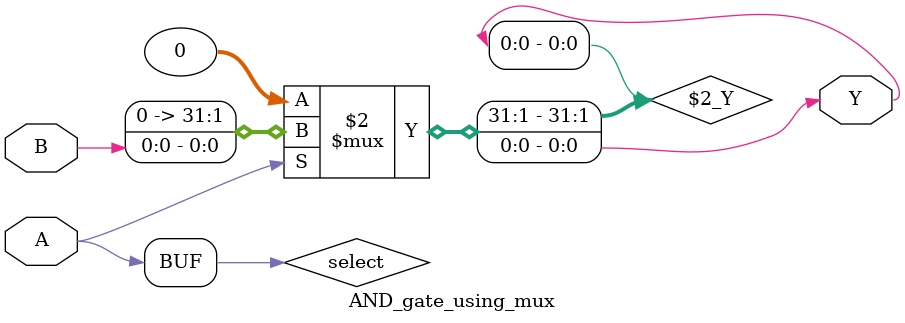
<source format=v>
`timescale 1ns / 1ps


module AND_gate_using_mux (
    input wire A,    // Input A
    input wire B,    // Input B
    output wire Y    // Output Y
);

// Internal wire for the select line of the MUX
wire select;

// Assign select line to input A
assign select = A;

// Implement the 2:1 MUX
assign Y = (select) ? B : 0;

endmodule


</source>
